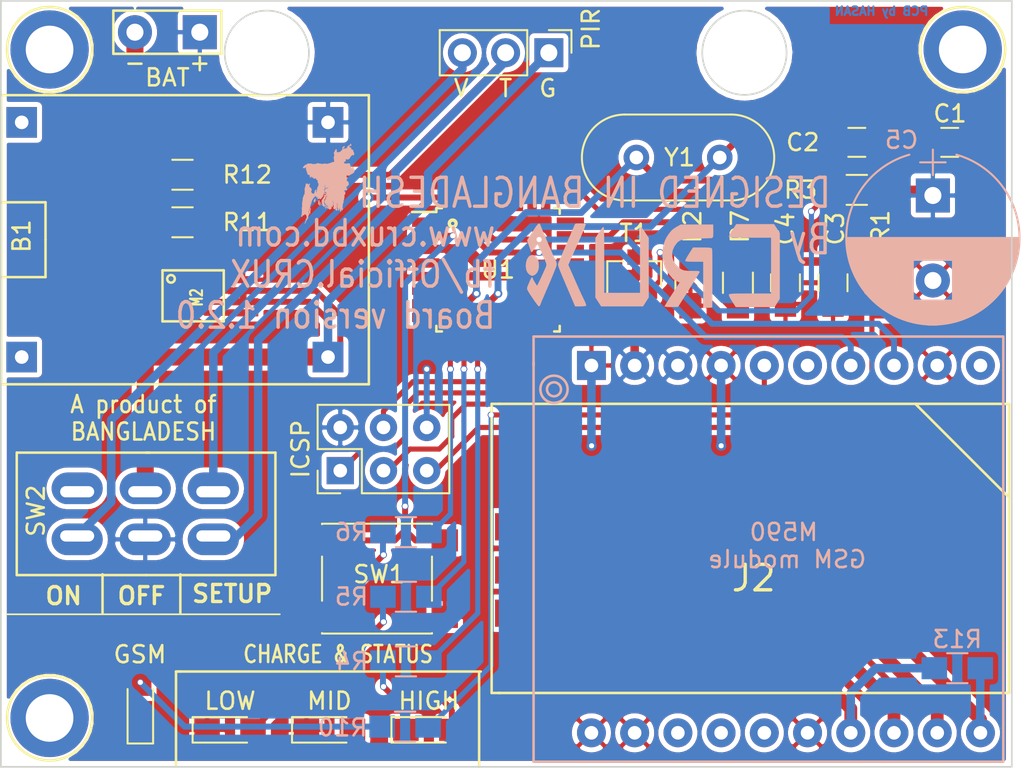
<source format=kicad_pcb>
(kicad_pcb (version 4) (host pcbnew 4.0.7)
  (layers (0 F.Cu signal) (31 B.Cu signal) (36 B.SilkS user) (37 F.SilkS user) (38 B.Mask user) (39 F.Mask user) (44 Edge.Cuts user))
  (net 0 "")
  (net 1 "Net-(B1-Pad1)")
  (net 2 VCC)
  (net 3 "Net-(B1-Pad6)")
  (net 4 "Net-(C1-Pad1)")
  (net 5 GND)
  (net 6 "Net-(C2-Pad1)")
  (net 7 "Net-(D1-Pad2)")
  (net 8 "Net-(D2-Pad2)")
  (net 9 "Net-(D3-Pad2)")
  (net 10 "Net-(D4-Pad2)")
  (net 11 "Net-(G1-Pad5)")
  (net 12 "Net-(G1-Pad6)")
  (net 13 "Net-(G1-Pad7)")
  (net 14 "Net-(G1-Pad8)")
  (net 15 "Net-(G1-Pad10)")
  (net 16 "Net-(G1-Pad11)")
  (net 17 "Net-(G1-Pad12)")
  (net 18 "Net-(G1-Pad13)")
  (net 19 "Net-(G1-Pad14)")
  (net 20 "Net-(G1-Pad16)")
  (net 21 "Net-(G1-Pad17)")
  (net 22 "Net-(G1-Pad18)")
  (net 23 "Net-(J1-Pad1)")
  (net 24 "Net-(J1-Pad3)")
  (net 25 "Net-(J1-Pad4)")
  (net 26 RST)
  (net 27 "Net-(J2-Pad5)")
  (net 28 "Net-(J3-Pad2)")
  (net 29 "Net-(J3-Pad3)")
  (net 30 A0)
  (net 31 "Net-(R3-Pad2)")
  (net 32 "Net-(R4-Pad1)")
  (net 33 "Net-(R5-Pad1)")
  (net 34 "Net-(R6-Pad1)")
  (net 35 D4)
  (net 36 D2)
  (net 37 "Net-(SW2-Pad6)")
  (net 38 "Net-(U1-Pad12)")
  (net 39 "Net-(U1-Pad13)")
  (net 40 "Net-(U1-Pad14)")
  (net 41 "Net-(U1-Pad19)")
  (net 42 "Net-(U1-Pad22)")
  (net 43 "Net-(U1-Pad24)")
  (net 44 "Net-(U1-Pad25)")
  (net 45 "Net-(U1-Pad26)")
  (net 46 "Net-(U1-Pad27)")
  (net 47 "Net-(U1-Pad28)")
  (net 48 "Net-(B1-Pad3)")
  (net 49 "Net-(M2-Pad1)")
  (net 50 "Net-(M2-Pad2)")
  (net 51 "Net-(M2-Pad3)")
  (net 52 "Net-(M2-Pad4)")
  (net 53 "Net-(M2-Pad5)")
  (net 54 "Net-(U1-Pad1)")
  (module "Custom Footprint:TSSOP-8" (layer F.Cu) (at 125.8951 98.0059 270)
    (fp_text reference M2 (at 0.4 -3.2 270) (layer F.SilkS) (effects (font (size 0.7 0.5) (thickness 0.125))))
    (fp_text value FS8205A)
    (pad 1 smd rect (at -0.65 0 270) (size 0.42 1.78) (layers F.Cu F.Mask) (net 49 "Net-(M2-Pad1)"))
    (pad 2 smd rect (at 0 0 270) (size 0.42 1.78) (layers F.Cu F.Mask) (net 50 "Net-(M2-Pad2)"))
    (pad 3 smd rect (at 0.65 0 270) (size 0.42 1.78) (layers F.Cu F.Mask) (net 51 "Net-(M2-Pad3)"))
    (pad 4 smd rect (at 1.3 0 270) (size 0.42 1.78) (layers F.Cu F.Mask) (net 52 "Net-(M2-Pad4)"))
    (pad 5 smd rect (at 1.3 -5.94 270) (size 0.42 1.78) (layers F.Cu F.Mask) (net 53 "Net-(M2-Pad5)"))
    (pad 6 smd rect (at 0.65 -5.94 270) (size 0.42 1.78) (layers F.Cu F.Mask) (net 48 "Net-(B1-Pad3)"))
    (pad 7 smd rect (at 0 -5.94 270) (size 0.42 1.78) (layers F.Cu F.Mask) (net 48 "Net-(B1-Pad3)"))
    (pad 8 smd rect (at -0.65 -5.94 270) (size 0.42 1.78) (layers F.Cu F.Mask) (net 5 GND))
  )
  (module "Custom Footprint:Screw pad" (layer F.Cu) (at 120.4595 123.1265)
    (fp_text reference "" (at 0 0.5) (layer F.SilkS))
    (fp_text value "")
    (pad "" thru_hole circle (at 0 0) (size 4.6 4.6) (drill 2.8) (layers *.Cu *.Mask))
  )
  (module "Custom Footprint:Screw pad" (layer F.Cu) (at 174.117 83.82)
    (fp_text reference "" (at 0 0.5) (layer F.SilkS))
    (fp_text value "")
    (pad "" thru_hole circle (at 0 0) (size 4.6 4.6) (drill 2.8) (layers *.Cu *.Mask))
  )
  (module Capacitors_THT:CP_Radial_D10.0mm_P5.00mm (layer B.Cu) (at 172.3644 92.4052 270)
    (fp_text reference C5 (at -3.26136 1.83896 360) (layer B.SilkS) (effects (justify mirror)))
    (fp_text value 1000uf)
    (pad 1 thru_hole rect (at 0 0 270) (size 2 2) (drill 1) (layers *.Cu *.Mask) (net 2 VCC))
    (pad 2 thru_hole circle (at 5 0 270) (size 2 2) (drill 1) (layers *.Cu *.Mask) (net 5 GND))
  )
  (module Buttons_Switches_SMD:SW_SPST_PTS645 (layer F.Cu) (at 139.7 114.935 180)
    (fp_text reference SW1 (at -0.127 0.254 180) (layer F.SilkS))
    (fp_text value RST)
    (pad 2 smd rect (at -3.98 2.25 180) (size 1.55 1.3) (layers F.Cu F.Mask) (net 35 D4))
    (pad 1 smd rect (at -3.98 -2.25 180) (size 1.55 1.3) (layers F.Cu F.Mask) (net 5 GND))
    (pad 1 smd rect (at 3.98 -2.25 180) (size 1.55 1.3) (layers F.Cu F.Mask) (net 5 GND))
    (pad 2 smd rect (at 3.98 2.25 180) (size 1.55 1.3) (layers F.Cu F.Mask) (net 35 D4))
  )
  (module Resistors_SMD:R_0805_HandSoldering (layer F.Cu) (at 160.909 97.536 90)
    (fp_text reference R7 (at 3.302 0.127 90) (layer F.SilkS))
    (fp_text value 10k)
    (pad 1 smd rect (at -1.35 0 90) (size 1.5 1.3) (layers F.Cu F.Mask) (net 30 A0))
    (pad 2 smd rect (at 1.35 0 90) (size 1.5 1.3) (layers F.Cu F.Mask) (net 2 VCC))
  )
  (module Crystals:Crystal_HC18-U_Vertical (layer F.Cu) (at 154.94 90.17)
    (fp_text reference Y1 (at 2.54 0) (layer F.SilkS))
    (fp_text value Crystal)
    (pad 1 thru_hole circle (at 0 0) (size 1.5 1.5) (drill 0.8) (layers *.Cu *.Mask) (net 4 "Net-(C1-Pad1)"))
    (pad 2 thru_hole circle (at 4.9 0) (size 1.5 1.5) (drill 0.8) (layers *.Cu *.Mask) (net 6 "Net-(C2-Pad1)"))
  )
  (module "Custom Footprint:DPDT SW 6 pin" (layer F.Cu) (at 126.111 112.395)
    (fp_text reference SW2 (at -6.45 -1.45 90) (layer F.SilkS))
    (fp_text value SW_2P2T_DPDTx2)
    (pad 1 thru_hole oval (at -4.03 0.03) (size 3 1.86) (drill oval 2 0.66 (offset 0 0.2)) (layers *.Cu *.Mask) (net 29 "Net-(J3-Pad3)"))
    (pad 2 thru_hole oval (at -0.03 0.03) (size 3 1.86) (drill oval 2 0.66 (offset 0 0.2)) (layers *.Cu *.Mask) (net 2 VCC))
    (pad 3 thru_hole oval (at 3.97 0.03) (size 3 1.86) (drill oval 2 0.66 (offset 0 0.2)) (layers *.Cu *.Mask) (net 28 "Net-(J3-Pad2)"))
    (pad 4 thru_hole oval (at 3.97 -2.57 180) (size 3 1.86) (drill oval 2 0.66 (offset 0 0.2)) (layers *.Cu *.Mask) (net 36 D2))
    (pad 5 thru_hole oval (at -0.03 -2.57 180) (size 3 1.86) (drill oval 2 0.66 (offset 0 0.2)) (layers *.Cu *.Mask) (net 48 "Net-(B1-Pad3)"))
    (pad 6 thru_hole oval (at -4.03 -2.57 180) (size 3 1.86) (drill oval 2 0.66 (offset 0 0.2)) (layers *.Cu *.Mask) (net 37 "Net-(SW2-Pad6)"))
  )
  (module Capacitors_SMD:C_0805_HandSoldering (layer F.Cu) (at 173.355 89.281)
    (fp_text reference C1 (at 0.0127 -1.6891 180) (layer F.SilkS))
    (fp_text value 15pf)
    (pad 1 smd rect (at -1.25 0) (size 1.5 1.25) (layers F.Cu F.Mask) (net 4 "Net-(C1-Pad1)"))
    (pad 2 smd rect (at 1.25 0) (size 1.5 1.25) (layers F.Cu F.Mask) (net 5 GND))
  )
  (module Capacitors_SMD:C_0805_HandSoldering (layer F.Cu) (at 167.894 89.281)
    (fp_text reference C2 (at -3.175 0) (layer F.SilkS))
    (fp_text value 15pf)
    (pad 1 smd rect (at -1.25 0) (size 1.5 1.25) (layers F.Cu F.Mask) (net 6 "Net-(C2-Pad1)"))
    (pad 2 smd rect (at 1.25 0) (size 1.5 1.25) (layers F.Cu F.Mask) (net 5 GND))
  )
  (module Capacitors_SMD:C_0805_HandSoldering (layer F.Cu) (at 166.497 97.536 270)
    (fp_text reference C3 (at -3.175 -0.127 270) (layer F.SilkS))
    (fp_text value 120pf)
    (pad 1 smd rect (at -1.25 0 270) (size 1.5 1.25) (layers F.Cu F.Mask) (net 2 VCC))
    (pad 2 smd rect (at 1.25 0 270) (size 1.5 1.25) (layers F.Cu F.Mask) (net 5 GND))
  )
  (module Capacitors_SMD:C_0805_HandSoldering (layer F.Cu) (at 163.703 97.536 270)
    (fp_text reference C4 (at -3.175 0 270) (layer F.SilkS))
    (fp_text value 0.1uf)
    (pad 1 smd rect (at -1.25 0 270) (size 1.5 1.25) (layers F.Cu F.Mask) (net 2 VCC))
    (pad 2 smd rect (at 1.25 0 270) (size 1.5 1.25) (layers F.Cu F.Mask) (net 5 GND))
  )
  (module "Custom Footprint:M590" (layer B.Cu) (at 152.3 102.4)
    (fp_text reference M590 (at 11.3 9.8) (layer B.SilkS) (effects (justify mirror)))
    (fp_text value M590)
    (pad 1 thru_hole rect (at 0 0) (size 1.7 1.7) (drill 0.8) (layers *.Cu *.Mask) (net 5 GND))
    (pad 2 thru_hole circle (at 2.54 0) (size 1.7 1.7) (drill 0.8) (layers *.Cu *.Mask) (net 2 VCC))
    (pad 3 thru_hole circle (at 5.08 0) (size 1.7 1.7) (drill 0.8) (layers *.Cu *.Mask) (net 2 VCC))
    (pad 4 thru_hole circle (at 7.62 0) (size 1.7 1.7) (drill 0.8) (layers *.Cu *.Mask) (net 5 GND))
    (pad 5 thru_hole circle (at 10.16 0) (size 1.7 1.7) (drill 0.8) (layers *.Cu *.Mask) (net 11 "Net-(G1-Pad5)"))
    (pad 6 thru_hole circle (at 12.7 0) (size 1.7 1.7) (drill 0.8) (layers *.Cu *.Mask) (net 12 "Net-(G1-Pad6)"))
    (pad 7 thru_hole circle (at 15.24 0) (size 1.7 1.7) (drill 0.8) (layers *.Cu *.Mask) (net 13 "Net-(G1-Pad7)"))
    (pad 8 thru_hole circle (at 17.78 0) (size 1.7 1.7) (drill 0.8) (layers *.Cu *.Mask) (net 14 "Net-(G1-Pad8)"))
    (pad 9 thru_hole circle (at 20.32 0) (size 1.7 1.7) (drill 0.8) (layers *.Cu *.Mask) (net 5 GND))
    (pad 10 thru_hole circle (at 22.86 0) (size 1.7 1.7) (drill 0.8) (layers *.Cu *.Mask) (net 15 "Net-(G1-Pad10)"))
    (pad 11 thru_hole circle (at 22.86 21.6) (size 1.7 1.7) (drill 0.8) (layers *.Cu *.Mask) (net 16 "Net-(G1-Pad11)"))
    (pad 12 thru_hole circle (at 20.32 21.6) (size 1.7 1.7) (drill 0.8) (layers *.Cu *.Mask) (net 17 "Net-(G1-Pad12)"))
    (pad 13 thru_hole circle (at 17.78 21.6) (size 1.7 1.7) (drill 0.8) (layers *.Cu *.Mask) (net 18 "Net-(G1-Pad13)"))
    (pad 14 thru_hole circle (at 15.24 21.6) (size 1.7 1.7) (drill 0.8) (layers *.Cu *.Mask) (net 19 "Net-(G1-Pad14)"))
    (pad 15 thru_hole circle (at 12.7 21.6) (size 1.7 1.7) (drill 0.8) (layers *.Cu *.Mask) (net 5 GND))
    (pad 16 thru_hole circle (at 10.16 21.6) (size 1.7 1.7) (drill 0.8) (layers *.Cu *.Mask) (net 20 "Net-(G1-Pad16)"))
    (pad 17 thru_hole circle (at 7.62 21.6) (size 1.7 1.7) (drill 0.8) (layers *.Cu *.Mask) (net 21 "Net-(G1-Pad17)"))
    (pad 18 thru_hole circle (at 5.08 21.6) (size 1.7 1.7) (drill 0.8) (layers *.Cu *.Mask) (net 22 "Net-(G1-Pad18)"))
    (pad 19 thru_hole circle (at 2.54 21.6) (size 1.7 1.7) (drill 0.8) (layers *.Cu *.Mask) (net 5 GND))
    (pad 20 thru_hole circle (at 0 21.6) (size 1.7 1.7) (drill 0.8) (layers *.Cu *.Mask) (net 5 GND))
  )
  (module Resistors_SMD:R_0805_HandSoldering (layer F.Cu) (at 169.291 97.536 270)
    (fp_text reference R1 (at -3.302 0 270) (layer F.SilkS))
    (fp_text value 10k)
    (pad 1 smd rect (at -1.35 0 270) (size 1.5 1.3) (layers F.Cu F.Mask) (net 2 VCC))
    (pad 2 smd rect (at 1.35 0 270) (size 1.5 1.3) (layers F.Cu F.Mask) (net 26 RST))
  )
  (module Resistors_SMD:R_0805_HandSoldering (layer F.Cu) (at 158.115 97.536 270)
    (fp_text reference R2 (at -3.302 -0.127 270) (layer F.SilkS))
    (fp_text value 10k)
    (pad 1 smd rect (at -1.35 0 270) (size 1.5 1.3) (layers F.Cu F.Mask) (net 30 A0))
    (pad 2 smd rect (at 1.35 0 270) (size 1.5 1.3) (layers F.Cu F.Mask) (net 5 GND))
  )
  (module Resistors_SMD:R_0805_HandSoldering (layer F.Cu) (at 167.894 92.075 180)
    (fp_text reference R3 (at 3.302 0 180) (layer F.SilkS))
    (fp_text value 1k)
    (pad 1 smd rect (at -1.35 0 180) (size 1.5 1.3) (layers F.Cu F.Mask) (net 2 VCC))
    (pad 2 smd rect (at 1.35 0 180) (size 1.5 1.3) (layers F.Cu F.Mask) (net 31 "Net-(R3-Pad2)"))
  )
  (module Resistors_SMD:R_0805_HandSoldering (layer B.Cu) (at 141.4 119.8 180)
    (fp_text reference R4 (at 3.2 0 180) (layer B.SilkS) (effects (justify mirror)))
    (fp_text value 1k)
    (pad 1 smd rect (at -1.35 0 180) (size 1.5 1.3) (layers B.Cu B.Mask) (net 32 "Net-(R4-Pad1)"))
    (pad 2 smd rect (at 1.35 0 180) (size 1.5 1.3) (layers B.Cu B.Mask) (net 7 "Net-(D1-Pad2)"))
  )
  (module Resistors_SMD:R_0805_HandSoldering (layer B.Cu) (at 141.4 116 180)
    (fp_text reference R5 (at 3.2 0 180) (layer B.SilkS) (effects (justify mirror)))
    (fp_text value 1k)
    (pad 1 smd rect (at -1.35 0 180) (size 1.5 1.3) (layers B.Cu B.Mask) (net 33 "Net-(R5-Pad1)"))
    (pad 2 smd rect (at 1.35 0 180) (size 1.5 1.3) (layers B.Cu B.Mask) (net 8 "Net-(D2-Pad2)"))
  )
  (module Resistors_SMD:R_0805_HandSoldering (layer B.Cu) (at 141.4 112.2 180)
    (fp_text reference R6 (at 3.2 0 180) (layer B.SilkS) (effects (justify mirror)))
    (fp_text value 1k)
    (pad 1 smd rect (at -1.35 0 180) (size 1.5 1.3) (layers B.Cu B.Mask) (net 34 "Net-(R6-Pad1)"))
    (pad 2 smd rect (at 1.35 0 180) (size 1.5 1.3) (layers B.Cu B.Mask) (net 9 "Net-(D3-Pad2)"))
  )
  (module Resistors_SMD:R_0805_HandSoldering (layer B.Cu) (at 141.351 123.6345)
    (fp_text reference R10 (at -3.67284 0.06096) (layer B.SilkS) (effects (justify mirror)))
    (fp_text value 1k)
    (pad 1 smd rect (at -1.35 0) (size 1.5 1.3) (layers B.Cu B.Mask) (net 10 "Net-(D4-Pad2)"))
    (pad 2 smd rect (at 1.35 0) (size 1.5 1.3) (layers B.Cu B.Mask) (net 11 "Net-(G1-Pad5)"))
  )
  (module Resistors_SMD:R_0805_HandSoldering (layer F.Cu) (at 128.27 93.98)
    (fp_text reference R11 (at 3.81 0) (layer F.SilkS))
    (fp_text value 10k)
    (pad 1 smd rect (at -1.35 0) (size 1.5 1.3) (layers F.Cu F.Mask) (net 53 "Net-(M2-Pad5)"))
    (pad 2 smd rect (at 1.35 0) (size 1.5 1.3) (layers F.Cu F.Mask) (net 48 "Net-(B1-Pad3)"))
  )
  (module Resistors_SMD:R_0805_HandSoldering (layer F.Cu) (at 128.27 91.186)
    (fp_text reference R12 (at 3.81 0) (layer F.SilkS))
    (fp_text value 220R)
    (pad 1 smd rect (at -1.35 0) (size 1.5 1.3) (layers F.Cu F.Mask) (net 53 "Net-(M2-Pad5)"))
    (pad 2 smd rect (at 1.35 0) (size 1.5 1.3) (layers F.Cu F.Mask) (net 28 "Net-(J3-Pad2)"))
  )
  (module Resistors_SMD:R_0805_HandSoldering (layer B.Cu) (at 173.8 120.2 180)
    (fp_text reference R13 (at 0 1.7 180) (layer B.SilkS) (effects (justify mirror)))
    (fp_text value 10k)
    (pad 1 smd rect (at -1.35 0 180) (size 1.5 1.3) (layers B.Cu B.Mask) (net 16 "Net-(G1-Pad11)"))
    (pad 2 smd rect (at 1.35 0 180) (size 1.5 1.3) (layers B.Cu B.Mask) (net 19 "Net-(G1-Pad14)"))
  )
  (module TO_SOT_Packages_SMD:SOT-23 (layer F.Cu) (at 154.813 97.028 90)
    (fp_text reference T1 (at 2.413 0 180) (layer F.SilkS))
    (fp_text value TL431)
    (pad 1 smd rect (at -1 -0.95 90) (size 0.9 0.8) (layers F.Cu F.Mask) (net 31 "Net-(R3-Pad2)"))
    (pad 2 smd rect (at -1 0.95 90) (size 0.9 0.8) (layers F.Cu F.Mask) (net 31 "Net-(R3-Pad2)"))
    (pad 3 smd rect (at 1 0 90) (size 0.9 0.8) (layers F.Cu F.Mask) (net 5 GND))
  )
  (module "Custom Footprint:Battery_pad" (layer F.Cu) (at 129.286 82.804 180)
    (fp_text reference BAT (at 1.905 -2.667 180) (layer F.SilkS))
    (fp_text value Battery_Pad)
    (fp_text user - (at 3.81 -1.778 180) (layer F.SilkS))
    (fp_text user + (at 0 -1.778 180) (layer F.SilkS))
    (pad 1 thru_hole rect (at 0 0 180) (size 2 2) (drill 1) (layers *.Cu *.Mask) (net 2 VCC))
    (pad 2 thru_hole circle (at 3.81 0 180) (size 2 2) (drill 1) (layers *.Cu *.Mask) (net 48 "Net-(B1-Pad3)"))
  )
  (module LEDs:LED_0805_HandSoldering (layer F.Cu) (at 142.748 123.825)
    (fp_text reference HIGH (at 0 -1.7) (layer F.SilkS))
    (fp_text value LED)
    (pad 1 smd rect (at -1.35 0) (size 1.5 1.3) (layers F.Cu F.Mask) (net 5 GND))
    (pad 2 smd rect (at 1.35 0) (size 1.5 1.3) (layers F.Cu F.Mask) (net 7 "Net-(D1-Pad2)"))
  )
  (module LEDs:LED_0805_HandSoldering (layer F.Cu) (at 136.906 123.825)
    (fp_text reference MID (at 0 -1.7) (layer F.SilkS))
    (fp_text value LED)
    (pad 1 smd rect (at -1.35 0) (size 1.5 1.3) (layers F.Cu F.Mask) (net 5 GND))
    (pad 2 smd rect (at 1.35 0) (size 1.5 1.3) (layers F.Cu F.Mask) (net 8 "Net-(D2-Pad2)"))
  )
  (module LEDs:LED_0805_HandSoldering (layer F.Cu) (at 131.064 123.825)
    (fp_text reference LOW (at 0 -1.7) (layer F.SilkS))
    (fp_text value LED)
    (pad 1 smd rect (at -1.35 0) (size 1.5 1.3) (layers F.Cu F.Mask) (net 5 GND))
    (pad 2 smd rect (at 1.35 0) (size 1.5 1.3) (layers F.Cu F.Mask) (net 9 "Net-(D3-Pad2)"))
  )
  (module LEDs:LED_0805_HandSoldering (layer F.Cu) (at 125.7935 122.428 90)
    (fp_text reference GSM (at 3.0353 -0.0254 180) (layer F.SilkS))
    (fp_text value LED)
    (pad 1 smd rect (at -1.35 0 90) (size 1.5 1.3) (layers F.Cu F.Mask) (net 5 GND))
    (pad 2 smd rect (at 1.35 0 90) (size 1.5 1.3) (layers F.Cu F.Mask) (net 10 "Net-(D4-Pad2)"))
  )
  (module "Custom Footprint:ICSP_PinHeader_2x03_P2.54mm_Vertical" (layer F.Cu) (at 137.541 108.585 90)
    (fp_text reference ICSP (at 1.27 -2.33 90) (layer F.SilkS))
    (fp_text value AVR_ICSP)
    (pad 1 thru_hole rect (at 0 0 90) (size 1.6 1.6) (drill 0.8) (layers *.Cu *.Mask) (net 23 "Net-(J1-Pad1)"))
    (pad 2 thru_hole oval (at 2.54 0 90) (size 1.6 1.6) (drill 0.8) (layers *.Cu *.Mask) (net 2 VCC))
    (pad 3 thru_hole oval (at 0 2.54 90) (size 1.6 1.6) (drill 0.8) (layers *.Cu *.Mask) (net 24 "Net-(J1-Pad3)"))
    (pad 4 thru_hole oval (at 2.54 2.54 90) (size 1.6 1.6) (drill 0.8) (layers *.Cu *.Mask) (net 25 "Net-(J1-Pad4)"))
    (pad 5 thru_hole oval (at 0 5.08 90) (size 1.6 1.6) (drill 0.8) (layers *.Cu *.Mask) (net 26 RST))
    (pad 6 thru_hole oval (at 2.54 5.08 90) (size 1.6 1.6) (drill 0.8) (layers *.Cu *.Mask) (net 5 GND))
  )
  (module "Custom Footprint:SIM Card" (layer F.Cu) (at 148.336 113.157 180)
    (fp_text reference J2 (at -13.5 -1.75 180) (layer F.SilkS) (effects (font (size 1.5 1.5) (thickness 0.2))))
    (fp_text value SIM_Card)
    (pad 1 smd rect (at 0.3 -3.81 180) (size 2.8 1.6) (layers F.Cu F.Mask) (net 19 "Net-(G1-Pad14)"))
    (pad 2 smd rect (at 0.3 -1.27 180) (size 2.8 1.6) (layers F.Cu F.Mask) (net 18 "Net-(G1-Pad13)"))
    (pad 3 smd rect (at 0.3 1.27 180) (size 2.8 1.6) (layers F.Cu F.Mask) (net 17 "Net-(G1-Pad12)"))
    (pad 4 smd rect (at -24.7 -3.81 180) (size 2.8 1.6) (layers F.Cu F.Mask) (net 5 GND))
    (pad 5 smd rect (at -24.7 -1.27 180) (size 2.8 1.6) (layers F.Cu F.Mask) (net 27 "Net-(J2-Pad5)"))
    (pad 6 smd rect (at -24.7 1.27 180) (size 2.8 1.6) (layers F.Cu F.Mask) (net 16 "Net-(G1-Pad11)"))
  )
  (module Pin_Headers:Pin_Header_Straight_1x03_Pitch2.54mm (layer F.Cu) (at 149.7965 84.0105 270)
    (fp_text reference "" hide)
    (fp_text value PIR)
    (pad 1 thru_hole rect (at 0 0 270) (size 1.7 1.7) (drill 1) (layers *.Cu *.Mask) (net 48 "Net-(B1-Pad3)"))
    (pad 2 thru_hole oval (at 0 2.54 270) (size 1.7 1.7) (drill 1) (layers *.Cu *.Mask) (net 28 "Net-(J3-Pad2)"))
    (pad 3 thru_hole oval (at 0 5.08 270) (size 1.7 1.7) (drill 1) (layers *.Cu *.Mask) (net 29 "Net-(J3-Pad3)"))
  )
  (module Housings_QFP:TQFP-32_7x7mm_Pitch0.8mm (layer F.Cu) (at 146.812 96.774)
    (fp_text reference U1 (at 0 0) (layer F.SilkS))
    (fp_text value ATMEGA8A-AU)
    (pad 1 smd rect (at -4.25 -2.8) (size 1.6 0.55) (layers F.Cu F.Mask) (net 54 "Net-(U1-Pad1)"))
    (pad 2 smd rect (at -4.25 -2) (size 1.6 0.55) (layers F.Cu F.Mask) (net 35 D4))
    (pad 3 smd rect (at -4.25 -1.2) (size 1.6 0.55) (layers F.Cu F.Mask) (net 5 GND))
    (pad 4 smd rect (at -4.25 -0.4) (size 1.6 0.55) (layers F.Cu F.Mask) (net 2 VCC))
    (pad 5 smd rect (at -4.25 0.4) (size 1.6 0.55) (layers F.Cu F.Mask) (net 5 GND))
    (pad 6 smd rect (at -4.25 1.2) (size 1.6 0.55) (layers F.Cu F.Mask) (net 2 VCC))
    (pad 7 smd rect (at -4.25 2) (size 1.6 0.55) (layers F.Cu F.Mask) (net 4 "Net-(C1-Pad1)"))
    (pad 8 smd rect (at -4.25 2.8) (size 1.6 0.55) (layers F.Cu F.Mask) (net 6 "Net-(C2-Pad1)"))
    (pad 9 smd rect (at -2.8 4.25 90) (size 1.6 0.55) (layers F.Cu F.Mask) (net 34 "Net-(R6-Pad1)"))
    (pad 10 smd rect (at -2 4.25 90) (size 1.6 0.55) (layers F.Cu F.Mask) (net 33 "Net-(R5-Pad1)"))
    (pad 11 smd rect (at -1.2 4.25 90) (size 1.6 0.55) (layers F.Cu F.Mask) (net 32 "Net-(R4-Pad1)"))
    (pad 12 smd rect (at -0.4 4.25 90) (size 1.6 0.55) (layers F.Cu F.Mask) (net 38 "Net-(U1-Pad12)"))
    (pad 13 smd rect (at 0.4 4.25 90) (size 1.6 0.55) (layers F.Cu F.Mask) (net 39 "Net-(U1-Pad13)"))
    (pad 14 smd rect (at 1.2 4.25 90) (size 1.6 0.55) (layers F.Cu F.Mask) (net 40 "Net-(U1-Pad14)"))
    (pad 15 smd rect (at 2 4.25 90) (size 1.6 0.55) (layers F.Cu F.Mask) (net 25 "Net-(J1-Pad4)"))
    (pad 16 smd rect (at 2.8 4.25 90) (size 1.6 0.55) (layers F.Cu F.Mask) (net 23 "Net-(J1-Pad1)"))
    (pad 17 smd rect (at 4.25 2.8) (size 1.6 0.55) (layers F.Cu F.Mask) (net 24 "Net-(J1-Pad3)"))
    (pad 18 smd rect (at 4.25 2) (size 1.6 0.55) (layers F.Cu F.Mask) (net 2 VCC))
    (pad 19 smd rect (at 4.25 1.2) (size 1.6 0.55) (layers F.Cu F.Mask) (net 41 "Net-(U1-Pad19)"))
    (pad 20 smd rect (at 4.25 0.4) (size 1.6 0.55) (layers F.Cu F.Mask) (net 31 "Net-(R3-Pad2)"))
    (pad 21 smd rect (at 4.25 -0.4) (size 1.6 0.55) (layers F.Cu F.Mask) (net 5 GND))
    (pad 22 smd rect (at 4.25 -1.2) (size 1.6 0.55) (layers F.Cu F.Mask) (net 42 "Net-(U1-Pad22)"))
    (pad 23 smd rect (at 4.25 -2) (size 1.6 0.55) (layers F.Cu F.Mask) (net 30 A0))
    (pad 24 smd rect (at 4.25 -2.8) (size 1.6 0.55) (layers F.Cu F.Mask) (net 43 "Net-(U1-Pad24)"))
    (pad 25 smd rect (at 2.8 -4.25 90) (size 1.6 0.55) (layers F.Cu F.Mask) (net 44 "Net-(U1-Pad25)"))
    (pad 26 smd rect (at 2 -4.25 90) (size 1.6 0.55) (layers F.Cu F.Mask) (net 45 "Net-(U1-Pad26)"))
    (pad 27 smd rect (at 1.2 -4.25 90) (size 1.6 0.55) (layers F.Cu F.Mask) (net 46 "Net-(U1-Pad27)"))
    (pad 28 smd rect (at 0.4 -4.25 90) (size 1.6 0.55) (layers F.Cu F.Mask) (net 47 "Net-(U1-Pad28)"))
    (pad 29 smd rect (at -0.4 -4.25 90) (size 1.6 0.55) (layers F.Cu F.Mask) (net 26 RST))
    (pad 30 smd rect (at -1.2 -4.25 90) (size 1.6 0.55) (layers F.Cu F.Mask) (net 14 "Net-(G1-Pad8)"))
    (pad 31 smd rect (at -2 -4.25 90) (size 1.6 0.55) (layers F.Cu F.Mask) (net 13 "Net-(G1-Pad7)"))
    (pad 32 smd rect (at -2.8 -4.25 90) (size 1.6 0.55) (layers F.Cu F.Mask) (net 36 D2))
  )
  (module "Custom Footprint:Battery_charging_module" (layer F.Cu) (at 118.8212 101.9048)
    (fp_text reference B1 (at 0 -7.112 90) (layer F.SilkS))
    (fp_text value Battery_charging_module)
    (pad 3 thru_hole rect (at 18 0) (size 1.8 1.8) (drill 0.8) (layers *.Cu *.Mask) (net 48 "Net-(B1-Pad3)"))
    (pad 4 thru_hole rect (at 18 -13.8) (size 1.8 1.8) (drill 0.8) (layers *.Cu *.Mask) (net 2 VCC))
    (pad 1 thru_hole rect (at 0 0) (size 1.8 1.8) (drill 0.8) (layers *.Cu *.Mask) (net 1 "Net-(B1-Pad1)"))
    (pad 6 thru_hole rect (at 0 -13.8) (size 1.8 1.8) (drill 0.8) (layers *.Cu *.Mask) (net 3 "Net-(B1-Pad6)"))
  )
  (module "Custom Footprint:Screw pad" (layer F.Cu) (at 120.4595 83.82)
    (fp_text reference "" (at 0 0.5) (layer F.SilkS))
    (fp_text value "")
    (pad "" thru_hole circle (at 0 0) (size 4.6 4.6) (drill 2.8) (layers *.Cu *.Mask))
  )
  (module "Logo amd maps:crux_15x5mm" (layer B.Cu) (at 155.9052 96.5073 180)
    (fp_text reference G*** hide)
    (fp_text value LOGO hide)
  )
  (module "Logo amd maps:Bangladesh_map_3.2mm" (layer B.Cu) (at 136.82218 91.69908 180)
    (fp_text reference G*** hide)
    (fp_text value LOGO hide)
  )
  (gr_circle (center 133.223 84.0105) (end 133.223 81.534) (layer Edge.Cuts) (width 0.1))
  (gr_circle (center 161.29 84.0105) (end 161.3535 81.534) (layer Edge.Cuts) (width 0.1))
  (gr_line (start 117.6 80.96) (end 117.6 126) (angle 90) (layer Edge.Cuts) (width 0.1))
  (gr_line (start 177 80.96) (end 117.6 80.96) (angle 90) (layer Edge.Cuts) (width 0.1))
  (gr_line (start 177 84) (end 177 80.96) (angle 90) (layer Edge.Cuts) (width 0.1))
  (gr_line (start 177 126) (end 117.6 126) (angle 90) (layer Edge.Cuts) (width 0.1))
  (gr_line (start 123.571 114.681) (end 123.571 116.967) (angle 90) (layer F.SilkS) (width 0.15))
  (gr_line (start 128.143 114.681) (end 128.143 116.967) (angle 90) (layer F.SilkS) (width 0.15))
  (gr_line (start 127.889 120.396) (end 127.889 125.984) (angle 90) (layer F.SilkS) (width 0.15))
  (gr_line (start 128.016 120.396) (end 127.889 120.396) (angle 90) (layer F.SilkS) (width 0.15))
  (gr_line (start 128.143 120.396) (end 128.016 120.396) (angle 90) (layer F.SilkS) (width 0.15))
  (gr_line (start 145.796 120.396) (end 128.143 120.396) (angle 90) (layer F.SilkS) (width 0.15))
  (gr_text "PCB by HASAN" (at 169.34688 81.56448) (layer B.Cu) (effects (font (size 0.5 0.5) (thickness 0.125)) (justify mirror)))
  (gr_text "A product of\nBANGLADESH" (at 125.97384 105.49128) (layer F.SilkS) (effects (font (size 1 0.9))))
  (gr_text "www.cruxbd.com\nfb/Official.CRUX\nBoard version 1.2.0" (at 146.7612 97.04832) (layer B.SilkS) (effects (font (size 1.5 1.25) (thickness 0.2)) (justify left mirror)))
  (gr_line (start 145.7 126) (end 145.7 120.4) (angle 90) (layer F.SilkS) (width 0.15))
  (gr_text "CHARGE & STATUS" (at 137.414 119.38) (layer F.SilkS) (effects (font (size 1 0.8))))
  (gr_line (start 117.988 117.03) (end 133.988 117.03) (angle 90) (layer F.SilkS) (width 0.1))
  (gr_text "DESIGNED IN BANGLADESH\nBy" (at 166.49446 93.62694) (layer B.SilkS) (effects (font (size 1.7 1.4) (thickness 0.2)) (justify left mirror)))
  (gr_text "GSM module" (at 163.8 113.8) (layer B.SilkS) (effects (font (size 1 1)) (justify mirror)))
  (gr_text V (at 144.653 86.106) (layer F.SilkS) (effects (font (size 1 1))))
  (gr_text T (at 147.2565 86.106) (layer F.SilkS) (effects (font (size 1 1))))
  (gr_text G (at 149.733 86.106) (layer F.SilkS) (effects (font (size 1 1))))
  (gr_text PIR (at 152.273 82.6135 90) (layer F.SilkS) (effects (font (size 1 1))))
  (gr_text SETUP (at 131.191 115.824) (layer F.SilkS) (effects (font (size 1 1) (thickness 0.2))))
  (gr_text OFF (at 125.857 115.951) (layer F.SilkS) (effects (font (size 1 1) (thickness 0.2))))
  (gr_text ON (at 121.285 115.951) (layer F.SilkS) (effects (font (size 1 1) (thickness 0.2))))
  (gr_circle (center 144.14808 94.04892) (end 144.34808 94.04892) (layer F.SilkS) (width 0.2))
  (gr_line (start 177 84) (end 177 126) (angle 90) (layer Edge.Cuts) (width 0.1))
  (segment (start 169.244 92.075) (end 172.0342 92.075) (width 0.5) (layer F.Cu) (net 2))
  (segment (start 172.0342 92.075) (end 172.3644 92.4052) (width 0.5) (layer F.Cu) (net 2))
  (segment (start 163.703 96.286) (end 161.009 96.286) (width 0.5) (layer F.Cu) (net 2))
  (segment (start 163.703 96.286) (end 166.497 96.286) (width 0.5) (layer F.Cu) (net 2))
  (segment (start 169.244 92.075) (end 169.244 96.139) (width 0.5) (layer F.Cu) (net 2))
  (segment (start 166.497 96.286) (end 169.191 96.286) (width 0.5) (layer F.Cu) (net 2))
  (segment (start 169.244 96.139) (end 169.291 96.186) (width 0.5) (layer F.Cu) (net 2))
  (segment (start 161.009 96.286) (end 160.909 96.186) (width 0.5) (layer F.Cu) (net 2))
  (segment (start 169.191 96.286) (end 169.291 96.186) (width 0.5) (layer F.Cu) (net 2))
  (segment (start 163.603 96.186) (end 163.703 96.286) (width 0.5) (layer F.Cu) (net 2))
  (segment (start 144.907 97.155) (end 147.447 97.155) (width 0.5) (layer F.Cu) (net 2))
  (segment (start 149.066 98.774) (end 151.062 98.774) (width 0.5) (layer F.Cu) (net 2))
  (segment (start 147.447 97.155) (end 149.066 98.774) (width 0.5) (layer F.Cu) (net 2))
  (segment (start 142.562 97.974) (end 144.342 97.974) (width 0.45) (layer F.Cu) (net 2))
  (segment (start 144.38 96.374) (end 142.562 96.374) (width 0.45) (layer F.Cu) (net 2))
  (segment (start 144.907 96.901) (end 144.38 96.374) (width 0.45) (layer F.Cu) (net 2))
  (segment (start 144.907 97.409) (end 144.907 97.155) (width 0.45) (layer F.Cu) (net 2))
  (segment (start 144.907 97.155) (end 144.907 96.901) (width 0.45) (layer F.Cu) (net 2))
  (segment (start 144.342 97.974) (end 144.907 97.409) (width 0.45) (layer F.Cu) (net 2))
  (segment (start 151.062 98.774) (end 152.749 98.774) (width 0.5) (layer F.Cu) (net 2))
  (segment (start 152.749 98.774) (end 154.84 100.865) (width 0.5) (layer F.Cu) (net 2))
  (segment (start 154.84 100.865) (end 154.84 102.4) (width 0.5) (layer F.Cu) (net 2))
  (segment (start 155.05 102.19) (end 154.84 102.4) (width 0.75) (layer F.Cu) (net 2))
  (segment (start 155.05 102.19) (end 154.84 102.4) (width 1) (layer F.Cu) (net 2))
  (segment (start 172.105 89.281) (end 172.105 89.4515) (width 0.4) (layer F.Cu) (net 4))
  (segment (start 172.105 89.4515) (end 170.8785 90.678) (width 0.4) (layer F.Cu) (net 4))
  (segment (start 156.2735 91.5035) (end 154.94 90.17) (width 0.4) (layer F.Cu) (net 4))
  (segment (start 160.782 91.5035) (end 156.2735 91.5035) (width 0.4) (layer F.Cu) (net 4))
  (segment (start 161.6075 90.678) (end 160.782 91.5035) (width 0.4) (layer F.Cu) (net 4))
  (segment (start 170.8785 90.678) (end 161.6075 90.678) (width 0.4) (layer F.Cu) (net 4))
  (segment (start 172.105 89.281) (end 172.085 89.281) (width 0.4) (layer F.Cu) (net 4))
  (segment (start 145.542 98.171) (end 145.542 96.3295) (width 0.4) (layer B.Cu) (net 4))
  (segment (start 142.562 98.774) (end 144.939 98.774) (width 0.4) (layer F.Cu) (net 4))
  (via (at 145.542 98.171) (size 0.5) (drill 0.3) (layers F.Cu B.Cu) (net 4))
  (segment (start 144.939 98.774) (end 145.542 98.171) (width 0.4) (layer F.Cu) (net 4))
  (segment (start 151.7015 93.4085) (end 154.94 90.17) (width 0.4) (layer B.Cu) (net 4))
  (segment (start 148.463 93.4085) (end 151.7015 93.4085) (width 0.4) (layer B.Cu) (net 4))
  (segment (start 145.542 96.3295) (end 148.463 93.4085) (width 0.4) (layer B.Cu) (net 4))
  (via (at 159.92348 107.12196) (size 0.6) (drill 0.3) (layers F.Cu B.Cu) (net 5))
  (segment (start 159.92 107.11848) (end 159.92348 107.12196) (width 0.5) (layer B.Cu) (net 5))
  (segment (start 159.92 102.4) (end 159.92 107.11848) (width 0.5) (layer B.Cu) (net 5))
  (segment (start 152.3 102.4) (end 152.3 107.1134) (width 0.5) (layer B.Cu) (net 5))
  (segment (start 152.30348 107.11688) (end 152.29332 107.11688) (width 0.5) (layer F.Cu) (net 5))
  (segment (start 152.30856 107.12196) (end 152.30348 107.11688) (width 0.5) (layer F.Cu) (net 5))
  (via (at 152.30856 107.12196) (size 0.6) (drill 0.3) (layers F.Cu B.Cu) (net 5))
  (segment (start 152.3 107.1134) (end 152.30856 107.12196) (width 0.5) (layer B.Cu) (net 5))
  (segment (start 142.621 106.045) (end 142.621 102.616) (width 0.35) (layer B.Cu) (net 5))
  (via (at 142.621 102.616) (size 0.5) (drill 0.3) (layers F.Cu B.Cu) (net 5))
  (segment (start 142.562 95.574) (end 144.9008 95.574) (width 0.4) (layer F.Cu) (net 5))
  (segment (start 145.7008 96.374) (end 151.062 96.374) (width 0.4) (layer F.Cu) (net 5))
  (segment (start 144.9008 95.574) (end 145.7008 96.374) (width 0.4) (layer F.Cu) (net 5))
  (segment (start 166.644 89.281) (end 160.729 89.281) (width 0.4) (layer F.Cu) (net 6))
  (segment (start 160.729 89.281) (end 159.84 90.17) (width 0.4) (layer F.Cu) (net 6))
  (segment (start 146.812 98.171) (end 146.812 96.2025) (width 0.4) (layer B.Cu) (net 6))
  (segment (start 146.304 98.679) (end 146.812 98.171) (width 0.4) (layer F.Cu) (net 6))
  (segment (start 145.409 99.574) (end 146.304 98.679) (width 0.4) (layer F.Cu) (net 6))
  (via (at 146.812 98.171) (size 0.5) (drill 0.3) (layers F.Cu B.Cu) (net 6))
  (segment (start 142.562 99.574) (end 145.409 99.574) (width 0.4) (layer F.Cu) (net 6))
  (segment (start 155.776 94.234) (end 159.84 90.17) (width 0.4) (layer B.Cu) (net 6))
  (segment (start 148.7805 94.234) (end 155.776 94.234) (width 0.4) (layer B.Cu) (net 6))
  (segment (start 146.812 96.2025) (end 148.7805 94.234) (width 0.4) (layer B.Cu) (net 6))
  (segment (start 144.098 123.825) (end 144.098 122.635) (width 0.35) (layer F.Cu) (net 7))
  (segment (start 140.05 121.254) (end 140.05 119.8) (width 0.35) (layer B.Cu) (net 7))
  (segment (start 140.081 121.285) (end 140.05 121.254) (width 0.35) (layer B.Cu) (net 7))
  (via (at 140.081 121.285) (size 0.4) (drill 0.3) (layers F.Cu B.Cu) (net 7))
  (segment (start 140.716 121.92) (end 140.081 121.285) (width 0.35) (layer F.Cu) (net 7))
  (segment (start 143.383 121.92) (end 140.716 121.92) (width 0.35) (layer F.Cu) (net 7))
  (segment (start 144.098 122.635) (end 143.383 121.92) (width 0.35) (layer F.Cu) (net 7))
  (segment (start 140.05 117.444) (end 140.05 116) (width 0.35) (layer B.Cu) (net 8))
  (segment (start 140.081 117.475) (end 140.05 117.444) (width 0.35) (layer B.Cu) (net 8))
  (via (at 140.081 117.475) (size 0.4) (drill 0.3) (layers F.Cu B.Cu) (net 8))
  (segment (start 138.256 119.3) (end 140.081 117.475) (width 0.35) (layer F.Cu) (net 8))
  (segment (start 138.256 123.825) (end 138.256 119.3) (width 0.35) (layer F.Cu) (net 8))
  (segment (start 140.05 116) (end 139.8 116) (width 0.4) (layer B.Cu) (net 8))
  (segment (start 140.05 112.2) (end 140.05 113.507) (width 0.35) (layer B.Cu) (net 9))
  (segment (start 138.303 117.936) (end 132.414 123.825) (width 0.35) (layer F.Cu) (net 9))
  (segment (start 138.303 115.316) (end 138.303 117.936) (width 0.35) (layer F.Cu) (net 9))
  (segment (start 140.081 113.538) (end 138.303 115.316) (width 0.35) (layer F.Cu) (net 9))
  (via (at 140.081 113.538) (size 0.4) (drill 0.3) (layers F.Cu B.Cu) (net 9))
  (segment (start 140.05 113.507) (end 140.081 113.538) (width 0.35) (layer B.Cu) (net 9))
  (segment (start 140.05 112.2) (end 139.7 112.2) (width 0.4) (layer B.Cu) (net 9))
  (segment (start 128.9685 123.6345) (end 128.397 123.6345) (width 0.35) (layer B.Cu) (net 10))
  (segment (start 140.001 123.6345) (end 128.9685 123.6345) (width 0.35) (layer B.Cu) (net 10))
  (segment (start 125.7935 121.031) (end 125.7935 121.078) (width 0.35) (layer F.Cu) (net 10))
  (via (at 125.7935 121.031) (size 0.4) (drill 0.3) (layers F.Cu B.Cu) (net 10))
  (segment (start 128.397 123.6345) (end 125.7935 121.031) (width 0.35) (layer B.Cu) (net 10))
  (segment (start 162.46 102.4) (end 162.46 103.986) (width 0.3) (layer F.Cu) (net 11))
  (segment (start 148.6154 105.3084) (end 159.9438 105.3084) (width 0.3) (layer F.Cu) (net 11))
  (segment (start 146.4056 105.3084) (end 148.6154 105.3084) (width 0.3) (layer F.Cu) (net 11))
  (via (at 146.4056 105.3084) (size 0.4) (drill 0.3) (layers F.Cu B.Cu) (net 11))
  (segment (start 146.4056 120.0404) (end 146.4056 105.3084) (width 0.3) (layer B.Cu) (net 11))
  (segment (start 146.4056 120.0404) (end 142.8115 123.6345) (width 0.3) (layer B.Cu) (net 11))
  (segment (start 161.1376 105.3084) (end 159.9438 105.3084) (width 0.3) (layer F.Cu) (net 11))
  (segment (start 162.46 103.986) (end 161.1376 105.3084) (width 0.3) (layer F.Cu) (net 11))
  (segment (start 142.701 123.6345) (end 142.8115 123.6345) (width 0.3) (layer B.Cu) (net 11))
  (segment (start 162.46 102.7922) (end 162.46 102.4) (width 0.3) (layer F.Cu) (net 11))
  (segment (start 159.004 100.711) (end 167.005 100.711) (width 0.35) (layer B.Cu) (net 13))
  (segment (start 144.812 94.266) (end 146.304 95.758) (width 0.35) (layer F.Cu) (net 13))
  (segment (start 146.304 95.758) (end 149.225 95.758) (width 0.35) (layer F.Cu) (net 13))
  (via (at 149.225 95.758) (size 0.4) (drill 0.3) (layers F.Cu B.Cu) (net 13))
  (segment (start 149.225 95.758) (end 154.051 95.758) (width 0.35) (layer B.Cu) (net 13))
  (segment (start 154.051 95.758) (end 159.004 100.711) (width 0.35) (layer B.Cu) (net 13))
  (segment (start 144.812 92.524) (end 144.812 94.266) (width 0.35) (layer F.Cu) (net 13))
  (segment (start 167.54 101.246) (end 167.54 102.4) (width 0.35) (layer B.Cu) (net 13))
  (segment (start 167.005 100.711) (end 167.54 101.246) (width 0.35) (layer B.Cu) (net 13))
  (segment (start 145.612 92.524) (end 145.612 94.05) (width 0.35) (layer F.Cu) (net 14))
  (segment (start 170.08 100.865) (end 170.08 102.4) (width 0.35) (layer B.Cu) (net 14))
  (segment (start 169.164 99.949) (end 170.08 100.865) (width 0.35) (layer B.Cu) (net 14))
  (segment (start 159.385 99.949) (end 169.164 99.949) (width 0.35) (layer B.Cu) (net 14))
  (segment (start 154.432 94.996) (end 159.385 99.949) (width 0.35) (layer B.Cu) (net 14))
  (segment (start 149.225 94.996) (end 154.432 94.996) (width 0.35) (layer B.Cu) (net 14))
  (via (at 149.225 94.996) (size 0.4) (drill 0.3) (layers F.Cu B.Cu) (net 14))
  (segment (start 146.558 94.996) (end 149.225 94.996) (width 0.35) (layer F.Cu) (net 14))
  (segment (start 145.612 94.05) (end 146.558 94.996) (width 0.35) (layer F.Cu) (net 14))
  (segment (start 173.036 111.887) (end 170.561 111.887) (width 0.75) (layer F.Cu) (net 16))
  (segment (start 169.545 117.602) (end 175.16 123.217) (width 0.75) (layer F.Cu) (net 16))
  (segment (start 169.545 112.903) (end 169.545 117.602) (width 0.75) (layer F.Cu) (net 16))
  (segment (start 170.561 111.887) (end 169.545 112.903) (width 0.75) (layer F.Cu) (net 16))
  (segment (start 175.16 123.217) (end 175.16 124) (width 0.75) (layer F.Cu) (net 16))
  (segment (start 175.15 120.2) (end 175.15 123.99) (width 0.5) (layer B.Cu) (net 16))
  (segment (start 175.15 123.99) (end 175.16 124) (width 0.5) (layer B.Cu) (net 16))
  (segment (start 175.16 120.21) (end 175.15 120.2) (width 0.4) (layer B.Cu) (net 16))
  (segment (start 148.036 111.887) (end 161.925 111.887) (width 0.75) (layer F.Cu) (net 17))
  (segment (start 172.62 122.582) (end 172.62 124) (width 0.75) (layer F.Cu) (net 17))
  (segment (start 161.925 111.887) (end 172.62 122.582) (width 0.75) (layer F.Cu) (net 17))
  (segment (start 148.036 114.427) (end 162.052 114.427) (width 0.75) (layer F.Cu) (net 18))
  (segment (start 170.08 122.455) (end 170.08 124) (width 0.75) (layer F.Cu) (net 18))
  (segment (start 162.052 114.427) (end 170.08 122.455) (width 0.75) (layer F.Cu) (net 18))
  (segment (start 148.036 116.967) (end 161.925 116.967) (width 0.75) (layer F.Cu) (net 19))
  (segment (start 167.54 122.582) (end 167.54 124) (width 0.75) (layer F.Cu) (net 19))
  (segment (start 161.925 116.967) (end 167.54 122.582) (width 0.75) (layer F.Cu) (net 19))
  (segment (start 172.45 120.2) (end 169 120.2) (width 0.5) (layer B.Cu) (net 19))
  (segment (start 169 120.2) (end 167.54 121.66) (width 0.5) (layer B.Cu) (net 19))
  (segment (start 167.54 121.66) (end 167.54 124) (width 0.5) (layer B.Cu) (net 19))
  (segment (start 167.54 123.54) (end 167.54 124) (width 0.75) (layer F.Cu) (net 19))
  (segment (start 141.351 105.4862) (end 141.351 104.775) (width 0.3) (layer F.Cu) (net 23))
  (segment (start 149.612 103.0164) (end 149.612 101.024) (width 0.3) (layer F.Cu) (net 23))
  (segment (start 148.6154 104.013) (end 149.612 103.0164) (width 0.3) (layer F.Cu) (net 23))
  (segment (start 142.748 104.013) (end 148.6154 104.013) (width 0.3) (layer F.Cu) (net 23))
  (segment (start 142.113 104.013) (end 142.748 104.013) (width 0.3) (layer F.Cu) (net 23))
  (segment (start 141.351 104.775) (end 142.113 104.013) (width 0.3) (layer F.Cu) (net 23))
  (segment (start 137.541 108.585) (end 137.5918 108.585) (width 0.3) (layer F.Cu) (net 23))
  (segment (start 137.5918 108.585) (end 138.8618 107.315) (width 0.3) (layer F.Cu) (net 23))
  (segment (start 138.8618 107.315) (end 140.6652 107.315) (width 0.3) (layer F.Cu) (net 23))
  (segment (start 140.6652 107.315) (end 141.351 106.6292) (width 0.3) (layer F.Cu) (net 23))
  (segment (start 141.351 106.6292) (end 141.351 105.4862) (width 0.3) (layer F.Cu) (net 23))
  (segment (start 141.351 105.4862) (end 141.351 105.41) (width 0.3) (layer F.Cu) (net 23))
  (segment (start 140.081 108.585) (end 140.3604 108.585) (width 0.3) (layer F.Cu) (net 24))
  (segment (start 140.3604 108.585) (end 141.6304 107.315) (width 0.3) (layer F.Cu) (net 24))
  (segment (start 141.6304 107.315) (end 143.3576 107.315) (width 0.3) (layer F.Cu) (net 24))
  (segment (start 143.3576 107.315) (end 144.0942 106.5784) (width 0.3) (layer F.Cu) (net 24))
  (segment (start 144.0942 106.5784) (end 144.0942 105.5116) (width 0.3) (layer F.Cu) (net 24))
  (segment (start 144.0942 105.5116) (end 144.9324 104.6734) (width 0.3) (layer F.Cu) (net 24))
  (segment (start 144.9324 104.6734) (end 148.844 104.6734) (width 0.3) (layer F.Cu) (net 24))
  (segment (start 148.844 104.6734) (end 150.6728 102.8446) (width 0.3) (layer F.Cu) (net 24))
  (segment (start 150.6728 102.8446) (end 150.6728 100.4824) (width 0.3) (layer F.Cu) (net 24))
  (segment (start 150.6728 100.4824) (end 151.062 100.0932) (width 0.3) (layer F.Cu) (net 24))
  (segment (start 151.062 100.0932) (end 151.062 99.574) (width 0.3) (layer F.Cu) (net 24))
  (segment (start 148.812 101.024) (end 148.812 102.8004) (width 0.3) (layer F.Cu) (net 25))
  (segment (start 140.081 105.0798) (end 140.081 106.045) (width 0.3) (layer F.Cu) (net 25))
  (segment (start 141.8082 103.3526) (end 140.081 105.0798) (width 0.3) (layer F.Cu) (net 25))
  (segment (start 148.2598 103.3526) (end 141.8082 103.3526) (width 0.3) (layer F.Cu) (net 25))
  (segment (start 148.812 102.8004) (end 148.2598 103.3526) (width 0.3) (layer F.Cu) (net 25))
  (segment (start 159.512 95.123) (end 159.512 95.0595) (width 0.3) (layer F.Cu) (net 26))
  (segment (start 159.512 95.377) (end 159.512 97.028) (width 0.3) (layer F.Cu) (net 26))
  (segment (start 159.512 95.123) (end 159.512 95.377) (width 0.3) (layer F.Cu) (net 26))
  (segment (start 159.512 97.028) (end 160.02 97.536) (width 0.3) (layer F.Cu) (net 26))
  (segment (start 160.02 97.536) (end 167.941 97.536) (width 0.3) (layer F.Cu) (net 26))
  (segment (start 169.291 98.886) (end 167.941 97.536) (width 0.3) (layer F.Cu) (net 26))
  (segment (start 146.412 91.332) (end 146.412 92.524) (width 0.3) (layer F.Cu) (net 26))
  (segment (start 146.8755 90.8685) (end 146.412 91.332) (width 0.3) (layer F.Cu) (net 26))
  (segment (start 150.3045 90.8685) (end 146.8755 90.8685) (width 0.3) (layer F.Cu) (net 26))
  (segment (start 152.654 93.218) (end 150.3045 90.8685) (width 0.3) (layer F.Cu) (net 26))
  (segment (start 157.6705 93.218) (end 152.654 93.218) (width 0.3) (layer F.Cu) (net 26))
  (segment (start 159.512 95.0595) (end 157.6705 93.218) (width 0.3) (layer F.Cu) (net 26))
  (segment (start 168.783 99.394) (end 169.291 98.886) (width 0.3) (layer F.Cu) (net 26))
  (segment (start 168.783 104.013) (end 168.783 99.394) (width 0.3) (layer F.Cu) (net 26))
  (segment (start 166.751 106.045) (end 168.783 104.013) (width 0.3) (layer F.Cu) (net 26))
  (segment (start 145.669 106.045) (end 166.751 106.045) (width 0.3) (layer F.Cu) (net 26))
  (segment (start 143.129 108.585) (end 145.669 106.045) (width 0.3) (layer F.Cu) (net 26))
  (segment (start 142.621 108.585) (end 143.129 108.585) (width 0.3) (layer F.Cu) (net 26))
  (segment (start 146.431 92.543) (end 146.412 92.524) (width 0.35) (layer F.Cu) (net 26))
  (segment (start 132.715 100.9015) (end 132.715 111.1885) (width 0.5) (layer B.Cu) (net 28))
  (segment (start 140.7795 90.9955) (end 140.7795 92.837) (width 0.5) (layer B.Cu) (net 28))
  (segment (start 140.7795 92.837) (end 132.842 100.7745) (width 0.5) (layer B.Cu) (net 28))
  (segment (start 147.2565 84.5185) (end 140.7795 90.9955) (width 0.5) (layer B.Cu) (net 28))
  (segment (start 132.842 100.7745) (end 132.715 100.9015) (width 0.5) (layer B.Cu) (net 28))
  (segment (start 132.715 111.1885) (end 131.4785 112.425) (width 0.5) (layer B.Cu) (net 28))
  (segment (start 131.4785 112.425) (end 130.081 112.425) (width 0.5) (layer B.Cu) (net 28))
  (segment (start 130.081 112.425) (end 131.27276 112.425) (width 0.5) (layer B.Cu) (net 28))
  (segment (start 147.2565 84.0105) (end 147.2565 84.5185) (width 0.5) (layer B.Cu) (net 28))
  (segment (start 129.62 91.186) (end 140.462 91.186) (width 0.35) (layer F.Cu) (net 28))
  (segment (start 140.462 91.186) (end 147.2565 84.3915) (width 0.35) (layer F.Cu) (net 28))
  (segment (start 147.2565 84.3915) (end 147.2565 84.0105) (width 0.35) (layer F.Cu) (net 28))
  (segment (start 144.7165 84.0105) (end 144.7165 84.963) (width 0.5) (layer B.Cu) (net 29))
  (segment (start 124.079 110.427) (end 122.081 112.425) (width 0.5) (layer B.Cu) (net 29))
  (segment (start 124.079 105.6005) (end 124.079 110.427) (width 0.5) (layer B.Cu) (net 29))
  (segment (start 144.7165 84.963) (end 124.079 105.6005) (width 0.5) (layer B.Cu) (net 29))
  (segment (start 151.062 94.774) (end 153.384 94.774) (width 0.35) (layer F.Cu) (net 30))
  (segment (start 158.115 94.6785) (end 158.115 96.186) (width 0.35) (layer F.Cu) (net 30))
  (segment (start 157.4165 93.98) (end 158.115 94.6785) (width 0.35) (layer F.Cu) (net 30))
  (segment (start 154.178 93.98) (end 157.4165 93.98) (width 0.35) (layer F.Cu) (net 30))
  (segment (start 153.384 94.774) (end 154.178 93.98) (width 0.35) (layer F.Cu) (net 30))
  (segment (start 158.115 96.186) (end 158.115 96.647) (width 0.3) (layer F.Cu) (net 30))
  (segment (start 158.115 96.647) (end 160.354 98.886) (width 0.3) (layer F.Cu) (net 30))
  (segment (start 160.354 98.886) (end 160.909 98.886) (width 0.3) (layer F.Cu) (net 30))
  (segment (start 158.115 96.774) (end 158.115 96.186) (width 0.3) (layer F.Cu) (net 30))
  (segment (start 158.115 96.186) (end 158.209 96.186) (width 0.3) (layer F.Cu) (net 30))
  (segment (start 160.909 98.886) (end 160.815 98.886) (width 0.5) (layer F.Cu) (net 30))
  (segment (start 166.544 92.075) (end 166.497 92.075) (width 0.3) (layer F.Cu) (net 31))
  (segment (start 166.497 92.075) (end 165.227 93.345) (width 0.3) (layer F.Cu) (net 31))
  (via (at 165.227 93.345) (size 0.4) (drill 0.3) (layers F.Cu B.Cu) (net 31))
  (segment (start 155.763 98.028) (end 155.763 97.983) (width 0.3) (layer F.Cu) (net 31))
  (segment (start 155.763 97.983) (end 156.337 97.409) (width 0.3) (layer F.Cu) (net 31))
  (segment (start 165.227 98.298) (end 165.227 93.345) (width 0.3) (layer B.Cu) (net 31))
  (segment (start 164.338 99.187) (end 165.227 98.298) (width 0.3) (layer B.Cu) (net 31))
  (segment (start 159.766 99.187) (end 164.338 99.187) (width 0.3) (layer B.Cu) (net 31))
  (segment (start 156.337 95.758) (end 159.766 99.187) (width 0.3) (layer B.Cu) (net 31))
  (via (at 156.337 95.758) (size 0.4) (drill 0.3) (layers F.Cu B.Cu) (net 31))
  (segment (start 156.337 97.409) (end 156.337 95.758) (width 0.3) (layer F.Cu) (net 31))
  (segment (start 153.863 98.028) (end 155.763 98.028) (width 0.3) (layer F.Cu) (net 31))
  (segment (start 151.062 97.174) (end 153.009 97.174) (width 0.3) (layer F.Cu) (net 31))
  (segment (start 153.009 97.174) (end 153.863 98.028) (width 0.3) (layer F.Cu) (net 31))
  (segment (start 142.75 119.8) (end 142.7852 119.8) (width 0.3) (layer B.Cu) (net 32))
  (segment (start 142.7852 119.8) (end 145.6182 116.967) (width 0.3) (layer B.Cu) (net 32))
  (segment (start 145.612 102.6098) (end 145.612 101.024) (width 0.3) (layer F.Cu) (net 32))
  (segment (start 145.6182 102.616) (end 145.612 102.6098) (width 0.3) (layer F.Cu) (net 32))
  (via (at 145.6182 102.616) (size 0.4) (drill 0.3) (layers F.Cu B.Cu) (net 32))
  (segment (start 145.6182 116.967) (end 145.6182 102.616) (width 0.3) (layer B.Cu) (net 32))
  (segment (start 142.75 119.8) (end 143 119.8) (width 0.4) (layer B.Cu) (net 32))
  (segment (start 144.812 101.024) (end 144.812 102.6094) (width 0.3) (layer F.Cu) (net 33))
  (segment (start 144.8054 113.9444) (end 142.75 115.9998) (width 0.3) (layer B.Cu) (net 33))
  (segment (start 144.8054 113.8428) (end 144.8054 113.9444) (width 0.3) (layer B.Cu) (net 33))
  (segment (start 144.8054 110.236) (end 144.8054 113.8428) (width 0.3) (layer B.Cu) (net 33))
  (segment (start 144.8054 108.1024) (end 144.8054 110.236) (width 0.3) (layer B.Cu) (net 33))
  (segment (start 144.8054 105.664) (end 144.8054 108.1024) (width 0.3) (layer B.Cu) (net 33))
  (segment (start 144.8054 103.4288) (end 144.8054 105.664) (width 0.3) (layer B.Cu) (net 33))
  (segment (start 144.8054 102.616) (end 144.8054 103.4288) (width 0.3) (layer B.Cu) (net 33))
  (via (at 144.8054 102.616) (size 0.4) (drill 0.3) (layers F.Cu B.Cu) (net 33))
  (segment (start 144.812 102.6094) (end 144.8054 102.616) (width 0.3) (layer F.Cu) (net 33))
  (segment (start 142.75 115.9998) (end 142.75 116) (width 0.3) (layer B.Cu) (net 33))
  (segment (start 142.75 115.568) (end 142.75 116) (width 0.35) (layer B.Cu) (net 33))
  (segment (start 142.75 116) (end 143 116) (width 0.4) (layer B.Cu) (net 33))
  (segment (start 144.012 101.024) (end 144.012 102.61) (width 0.3) (layer F.Cu) (net 34))
  (segment (start 144.018 111.125) (end 142.943 112.2) (width 0.3) (layer B.Cu) (net 34))
  (segment (start 144.018 102.616) (end 144.018 111.125) (width 0.3) (layer B.Cu) (net 34))
  (via (at 144.018 102.616) (size 0.4) (drill 0.3) (layers F.Cu B.Cu) (net 34))
  (segment (start 144.012 102.61) (end 144.018 102.616) (width 0.3) (layer F.Cu) (net 34))
  (segment (start 142.943 112.2) (end 142.75 112.2) (width 0.3) (layer B.Cu) (net 34))
  (segment (start 143.0065 112.2) (end 142.75 112.2) (width 0.35) (layer B.Cu) (net 34))
  (segment (start 143 111.95) (end 142.75 112.2) (width 0.4) (layer B.Cu) (net 34))
  (segment (start 135.72 112.685) (end 140.7435 112.685) (width 0.35) (layer F.Cu) (net 35))
  (segment (start 140.7435 112.685) (end 141.351 112.0775) (width 0.35) (layer F.Cu) (net 35))
  (segment (start 143.68 112.685) (end 141.9585 112.685) (width 0.35) (layer F.Cu) (net 35))
  (segment (start 141.351 112.0775) (end 141.351 110.67288) (width 0.35) (layer F.Cu) (net 35))
  (segment (start 141.9585 112.685) (end 141.351 112.0775) (width 0.35) (layer F.Cu) (net 35))
  (segment (start 142.562 94.774) (end 144.14906 94.774) (width 0.35) (layer F.Cu) (net 35))
  (segment (start 144.14906 94.774) (end 144.15008 94.77502) (width 0.35) (layer F.Cu) (net 35))
  (via (at 144.15008 94.77502) (size 0.4) (drill 0.3) (layers F.Cu B.Cu) (net 35))
  (segment (start 144.15008 94.77502) (end 141.351 97.5741) (width 0.35) (layer B.Cu) (net 35))
  (segment (start 141.351 97.5741) (end 141.351 110.67288) (width 0.35) (layer B.Cu) (net 35))
  (via (at 141.351 110.67288) (size 0.4) (drill 0.3) (layers F.Cu B.Cu) (net 35))
  (segment (start 141.351 110.67288) (end 141.34592 110.67796) (width 0.35) (layer F.Cu) (net 35))
  (segment (start 144.012 92.524) (end 139.1965 92.524) (width 0.35) (layer F.Cu) (net 36))
  (segment (start 139.1965 92.524) (end 139.192 92.5195) (width 0.35) (layer F.Cu) (net 36))
  (segment (start 130.081 109.825) (end 130.081 101.6305) (width 0.5) (layer B.Cu) (net 36))
  (segment (start 139.192 92.5195) (end 139.1965 92.524) (width 0.5) (layer F.Cu) (net 36))
  (via (at 139.192 92.5195) (size 0.6) (drill 0.3) (layers F.Cu B.Cu) (net 36))
  (segment (start 130.081 101.6305) (end 139.192 92.5195) (width 0.5) (layer B.Cu) (net 36))
  (segment (start 129.62 93.98) (end 129.62 97.362) (width 0.35) (layer F.Cu) (net 48))
  (segment (start 131.8351 98.0059) (end 130.2639 98.0059) (width 0.35) (layer F.Cu) (net 48))
  (segment (start 130.1519 98.6559) (end 131.8351 98.6559) (width 0.35) (layer F.Cu) (net 48))
  (segment (start 129.62 98.124) (end 130.1519 98.6559) (width 0.35) (layer F.Cu) (net 48))
  (segment (start 129.62 97.362) (end 129.62 98.124) (width 0.35) (layer F.Cu) (net 48))
  (segment (start 130.2639 98.0059) (end 129.62 97.362) (width 0.35) (layer F.Cu) (net 48))
  (segment (start 131.8351 98.6559) (end 135.7399 98.6559) (width 0.35) (layer F.Cu) (net 48))
  (segment (start 135.7399 98.6559) (end 136.8212 99.7372) (width 0.35) (layer F.Cu) (net 48))
  (segment (start 136.8212 99.7372) (end 136.8212 101.9048) (width 0.35) (layer F.Cu) (net 48))
  (segment (start 131.8351 98.0059) (end 136.1059 98.0059) (width 0.35) (layer F.Cu) (net 48))
  (segment (start 136.1059 98.0059) (end 137.541 99.441) (width 0.35) (layer F.Cu) (net 48))
  (segment (start 137.541 99.441) (end 137.541 101.185) (width 0.35) (layer F.Cu) (net 48))
  (segment (start 126.081 109.825) (end 126.081 101.9048) (width 1) (layer F.Cu) (net 48))
  (segment (start 126.125 102.225) (end 126.125 101.9048) (width 1) (layer F.Cu) (net 48))
  (segment (start 126.125 101.9488) (end 126.125 102.225) (width 1) (layer F.Cu) (net 48))
  (segment (start 126.081 101.9048) (end 126.125 101.9488) (width 1) (layer F.Cu) (net 48))
  (segment (start 136.8212 101.9048) (end 126.125 101.9048) (width 1) (layer F.Cu) (net 48))
  (segment (start 126.125 101.9048) (end 124.3798 101.9048) (width 1) (layer F.Cu) (net 48))
  (segment (start 125.476 88.149) (end 125.476 82.804) (width 1) (layer F.Cu) (net 48))
  (segment (start 122.6 91.025) (end 125.476 88.149) (width 1) (layer F.Cu) (net 48))
  (segment (start 122.6 100.125) (end 122.6 91.025) (width 1) (layer F.Cu) (net 48))
  (segment (start 124.3798 101.9048) (end 122.6 100.125) (width 1) (layer F.Cu) (net 48))
  (segment (start 136.8212 101.9048) (end 136.8212 98.6288) (width 0.5) (layer B.Cu) (net 48))
  (segment (start 142.7 91.107) (end 149.7965 84.0105) (width 0.5) (layer B.Cu) (net 48))
  (segment (start 142.7 92.75) (end 142.7 91.107) (width 0.5) (layer B.Cu) (net 48))
  (segment (start 136.8212 98.6288) (end 142.7 92.75) (width 0.5) (layer B.Cu) (net 48))
  (segment (start 149.7965 84.0105) (end 149.6695 84.0105) (width 0.5) (layer B.Cu) (net 48))
  (segment (start 137.541 101.185) (end 136.8212 101.9048) (width 0.35) (layer F.Cu) (net 48))
  (segment (start 131.8351 98.6559) (end 131.8351 98.0059) (width 0.4) (layer F.Cu) (net 48))
  (segment (start 131.8351 99.3059) (end 129.6309 99.3059) (width 0.35) (layer F.Cu) (net 53))
  (segment (start 128.475 95.535) (end 126.92 93.98) (width 0.35) (layer F.Cu) (net 53))
  (segment (start 128.475 98.15) (end 128.475 95.535) (width 0.35) (layer F.Cu) (net 53))
  (segment (start 129.6309 99.3059) (end 128.475 98.15) (width 0.35) (layer F.Cu) (net 53))
  (segment (start 126.92 91.186) (end 126.92 93.98) (width 0.5) (layer F.Cu) (net 53))
  (zone (net 5) (net_name GND) (layer F.Cu) (connect_pads (clearance 0.3)) (min_thickness 0.2) (fill yes (arc_segments 32) (thermal_gap 0.3) (thermal_bridge_width 0.25))
    (polygon (pts (xy 176.9999 125.9967) (xy 117.602 125.9967) (xy 117.602 80.9625) (xy 176.9999 80.9625)))
  )
  (zone (net 2) (net_name VCC) (layer B.Cu) (connect_pads (clearance 0.3)) (min_thickness 0.2) (fill yes (arc_segments 32) (thermal_gap 0.3) (thermal_bridge_width 0.25))
    (polygon (pts (xy 176.9999 125.9967) (xy 117.602 125.9967) (xy 117.602 80.9625) (xy 176.9999 80.9625)))
  )
)
</source>
